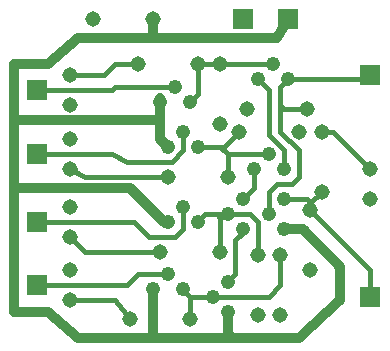
<source format=gbl>
G04 Output by ViewMate Deluxe V11.0.9  PentaLogix LLC*
G04 Sun Feb 16 15:57:02 2014*
%FSLAX33Y33*%
%MOMM*%
%IPPOS*%
%ADD10C,1.3081*%
%ADD11R,1.8009X1.8009*%
%ADD12C,1.209*%
%ADD13C,0.4064*%
%ADD14C,0.8128*%

%LPD*%
X0Y0D2*D13*G1X12319Y31839D2*X10414Y31839D1*X9462Y30886*X6604Y30886*X3746Y29616D2*X10096Y29616D1*X10414Y29934*X15494Y29934*X19939Y22314D2*X19939Y24219D1*X18669Y12154D2*X23432Y12154D1*X24384Y13106*X24384Y15646*X32004Y12154D2*X32004Y14376D1*X26924Y19456*X26924Y20091*X24066Y21679D2*X23432Y21044D1*X32004Y30886D2*X31686Y30569D1*X25019Y30569*X24384Y28346D2*X24384Y26124D1*X25972Y24536*X25972Y22314*X25336Y21679*X24066Y21679*X24702Y22949D2*X24702Y24536D1*X23432Y25806*X23432Y29616*X22479Y30569*X23749Y31839D2*X19304Y31839D1*X17399Y31839*X17399Y29299*X16764Y28664*X16129Y24536D2*X16129Y26124D1*X14859Y22314D2*X7874Y22314D1*X6604Y22949*X3746Y24219D2*X10096Y24219D1*X11366Y23584*X15176Y23584*X16129Y24536*X19304Y24854D2*X17399Y24854D1*X20892Y26124D2*X19622Y24854D1*X19304Y24854*X19939Y24219*X23432Y24219*X22162Y22949D2*X22162Y21361D1*X21209Y20409*X22479Y15646D2*X22479Y18504D1*X20574Y16916D2*X21209Y17551D1*X21209Y17869*X18986Y19139D2*X18034Y19139D1*X17399Y18504*X16129Y19774D2*X16129Y17869D1*X15494Y17234*X13272Y17234*X12002Y18504*X3746Y18504*X6604Y17234D2*X7874Y15964D1*X14224Y15964*X11684Y10249D2*X10414Y11836D1*X6604Y11836*X3746Y13106D2*X11366Y13106D1*X12319Y14059*X14859Y14059*X16129Y12789D2*X16764Y12154D1*X16764Y10249D2*X16764Y12154D1*X18669Y12154*X19939Y13424D2*X20574Y14059D1*X20574Y16916*X19304Y15964D2*X19304Y18821D1*X18986Y19139*X19939Y19139*X21844Y19139*X22479Y18504*X23432Y21044D2*X23432Y19139D1*X24702Y20409D2*X26606Y20409D1*X26924Y20091*X27876Y21044*X32004Y22949D2*X28829Y26124D1*X27876Y26124*X26606Y28029D2*X24702Y28029D1*X24384Y28346*X24384Y29934*X25019Y30569*D14*X25019Y35649D2*X24066Y34061D1*X13589Y34061*X13589Y35649D2*X13589Y34061D1*X7239Y34061*X4699Y31839*X1842Y31839*X1842Y27076*X1842Y21361D2*X1842Y27076D1*X14224Y27076*X14224Y28981D2*X14224Y28664D1*X14224Y27076*X14224Y25489*X14859Y24854*X24702Y17869D2*X26289Y17869D1*X29464Y14694*X29464Y11836*X25972Y8661*X20256Y8661*X19939Y10884D2*X19939Y8979D1*X20256Y8661*X13589Y8661*X13589Y12789*X14859Y18504D2*X14542Y18504D1*X11684Y21361*X1842Y21361*X1842Y10884*X4699Y10884*X7239Y8661*X13589Y8661*D10*X26924Y19456D3*X27876Y21044D3*X32004Y20409D3*X32004Y22949D3*X26606Y28029D3*X27876Y26124D3*X25972Y26124D3*X11684Y10249D3*X16764Y10249D3*X22479Y10566D3*X24384Y10566D3*X26924Y14376D3*X24384Y15646D3*X22479Y15646D3*X19304Y15964D3*X14224Y15964D3*X14859Y22314D3*X19939Y22314D3*X19304Y26759D3*X20892Y26124D3*X21526Y28029D3*X19304Y31839D3*X17399Y31839D3*X13589Y35649D3*X12319Y31839D3*X8509Y35649D3*X6604Y30886D3*X6604Y28346D3*X6604Y25489D3*X6604Y22949D3*X6604Y19774D3*X6604Y17234D3*X6604Y14376D3*X6604Y11836D3*D11*X3746Y13106D3*X3746Y18504D3*X3746Y24219D3*X3746Y29616D3*X21209Y35649D3*X25019Y35649D3*X32004Y30886D3*X32004Y12154D3*D12*X25019Y30569D3*X23749Y31839D3*X22479Y30569D3*X14224Y28664D3*X15494Y29934D3*X16764Y28664D3*X17399Y24854D3*X16129Y26124D3*X14859Y24854D3*X14859Y18504D3*X16129Y19774D3*X17399Y18504D3*X24702Y17869D3*X23432Y19139D3*X24702Y20409D3*X24702Y22949D3*X23432Y24219D3*X22162Y22949D3*X21209Y20409D3*X19939Y19139D3*X21209Y17869D3*X19939Y13424D3*X19939Y10884D3*X18669Y12154D3*X16129Y12789D3*X14859Y14059D3*X13589Y12789D3*X0Y0D2*M02*
</source>
